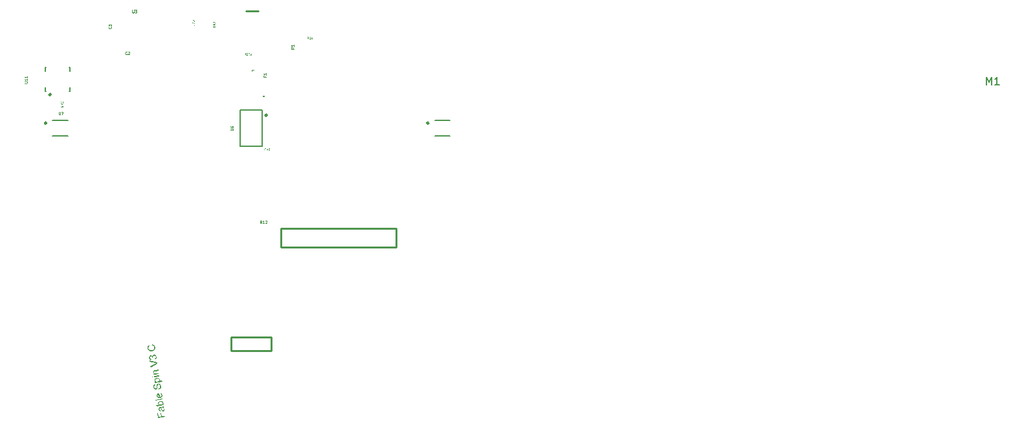
<source format=gbr>
%TF.GenerationSoftware,KiCad,Pcbnew,9.0.6*%
%TF.CreationDate,2025-12-03T15:23:28+01:00*%
%TF.ProjectId,Spinmodule,5370696e-6d6f-4647-956c-652e6b696361,rev?*%
%TF.SameCoordinates,Original*%
%TF.FileFunction,Legend,Top*%
%TF.FilePolarity,Positive*%
%FSLAX46Y46*%
G04 Gerber Fmt 4.6, Leading zero omitted, Abs format (unit mm)*
G04 Created by KiCad (PCBNEW 9.0.6) date 2025-12-03 15:23:28*
%MOMM*%
%LPD*%
G01*
G04 APERTURE LIST*
%ADD10C,0.240030*%
%ADD11C,0.150000*%
%ADD12C,0.043750*%
%ADD13C,0.087500*%
%ADD14C,0.078750*%
%ADD15C,0.254000*%
%ADD16C,0.250000*%
%ADD17C,0.200000*%
G04 APERTURE END LIST*
D10*
G36*
X138092969Y-130980383D02*
G01*
X137139287Y-131122912D01*
X137043413Y-130481403D01*
X137153810Y-130464904D01*
X137230880Y-130980593D01*
X137528674Y-130936087D01*
X137461976Y-130489803D01*
X137572373Y-130473304D01*
X137639071Y-130919589D01*
X138074165Y-130854563D01*
X138092969Y-130980383D01*
G37*
G36*
X137904185Y-129717195D02*
G01*
X137867631Y-129737620D01*
X137821922Y-129753378D01*
X137880229Y-129812047D01*
X137918448Y-129866575D01*
X137944613Y-129925700D01*
X137960423Y-129991955D01*
X137964968Y-130049598D01*
X137960910Y-130098239D01*
X137949414Y-130139510D01*
X137931017Y-130174773D01*
X137905275Y-130205921D01*
X137875049Y-130229673D01*
X137839732Y-130246664D01*
X137798301Y-130256907D01*
X137748671Y-130258357D01*
X137702380Y-130247710D01*
X137660416Y-130226580D01*
X137626226Y-130197443D01*
X137598266Y-130161432D01*
X137575343Y-130119156D01*
X137542322Y-130017985D01*
X137502488Y-129889208D01*
X137471255Y-129815744D01*
X137440827Y-129819580D01*
X137395300Y-129830877D01*
X137364925Y-129847175D01*
X137345698Y-129867644D01*
X137329767Y-129902913D01*
X137322639Y-129948151D01*
X137326199Y-130006480D01*
X137338243Y-130060364D01*
X137354378Y-130098168D01*
X137373601Y-130123758D01*
X137399247Y-130142697D01*
X137435544Y-130157233D01*
X137485715Y-130166338D01*
X137487238Y-130282827D01*
X137436919Y-130276736D01*
X137394893Y-130265432D01*
X137359854Y-130249523D01*
X137328732Y-130227277D01*
X137300244Y-130196849D01*
X137274281Y-130156859D01*
X137245567Y-130088846D01*
X137226268Y-130004165D01*
X137219528Y-129919574D01*
X137225662Y-129857723D01*
X137242926Y-129804265D01*
X137244288Y-129802156D01*
X137562170Y-129802156D01*
X137595296Y-129870702D01*
X137635085Y-129986220D01*
X137657306Y-130050867D01*
X137673784Y-130084527D01*
X137693985Y-130108808D01*
X137718709Y-130124938D01*
X137746859Y-130133109D01*
X137776731Y-130132804D01*
X137805793Y-130124405D01*
X137829746Y-130108963D01*
X137849555Y-130085821D01*
X137862286Y-130057947D01*
X137868005Y-130022656D01*
X137865339Y-129977653D01*
X137855301Y-129933960D01*
X137839410Y-129895695D01*
X137817773Y-129862059D01*
X137790460Y-129833132D01*
X137759770Y-129811657D01*
X137725181Y-129797000D01*
X137678392Y-129790341D01*
X137605135Y-129795735D01*
X137562170Y-129802156D01*
X137244288Y-129802156D01*
X137265789Y-129768858D01*
X137297247Y-129742021D01*
X137339849Y-129720623D01*
X137375098Y-129711228D01*
X137446762Y-129698658D01*
X137602558Y-129675374D01*
X137750577Y-129650717D01*
X137807632Y-129637138D01*
X137848062Y-129619792D01*
X137885961Y-129595260D01*
X137904185Y-129717195D01*
G37*
G36*
X137585774Y-128907379D02*
G01*
X137650767Y-128925549D01*
X137706643Y-128954662D01*
X137756769Y-128995295D01*
X137793998Y-129040931D01*
X137819794Y-129092209D01*
X137834644Y-129150351D01*
X137836756Y-129209646D01*
X137825193Y-129262741D01*
X137800116Y-129311496D01*
X137759983Y-129357182D01*
X137848405Y-129343967D01*
X137864592Y-129452277D01*
X136910910Y-129594806D01*
X136893458Y-129478031D01*
X137236187Y-129426809D01*
X137188229Y-129392660D01*
X137152698Y-129352730D01*
X137128052Y-129306359D01*
X137113877Y-129252143D01*
X137111498Y-129199228D01*
X137212680Y-129199228D01*
X137212838Y-129247964D01*
X137222335Y-129283903D01*
X137239348Y-129315845D01*
X137264407Y-129344559D01*
X137298769Y-129370391D01*
X137336365Y-129388329D01*
X137381058Y-129399442D01*
X137434427Y-129402979D01*
X137498329Y-129397590D01*
X137579996Y-129380590D01*
X137635449Y-129359993D01*
X137671347Y-129337234D01*
X137707215Y-129299879D01*
X137729395Y-129261068D01*
X137739781Y-129219824D01*
X137738691Y-129174650D01*
X137729195Y-129138707D01*
X137712191Y-129106762D01*
X137687150Y-129078047D01*
X137652817Y-129052215D01*
X137615283Y-129034468D01*
X137569802Y-129023458D01*
X137514555Y-129020087D01*
X137447401Y-129025890D01*
X137379372Y-129040216D01*
X137326860Y-129059376D01*
X137286981Y-129082441D01*
X137257392Y-129108999D01*
X137227075Y-129153530D01*
X137212680Y-129199228D01*
X137111498Y-129199228D01*
X137111044Y-129189131D01*
X137121516Y-129127943D01*
X137144787Y-129071270D01*
X137179569Y-129023772D01*
X137224839Y-128984159D01*
X137282837Y-128949655D01*
X137347611Y-128924164D01*
X137419818Y-128907961D01*
X137509613Y-128900932D01*
X137585774Y-128907379D01*
G37*
G36*
X137754515Y-128715736D02*
G01*
X136800833Y-128858265D01*
X136783390Y-128741547D01*
X137737072Y-128599019D01*
X137754515Y-128715736D01*
G37*
G36*
X137484318Y-127872166D02*
G01*
X137543653Y-127899278D01*
X137593789Y-127938158D01*
X137624516Y-127974208D01*
X137649494Y-128016913D01*
X137668683Y-128067286D01*
X137681647Y-128126627D01*
X137686467Y-128202081D01*
X137678014Y-128268296D01*
X137657345Y-128327177D01*
X137624410Y-128380231D01*
X137581163Y-128424827D01*
X137526865Y-128461081D01*
X137459560Y-128489008D01*
X137376608Y-128507781D01*
X137288703Y-128514444D01*
X137213719Y-128507531D01*
X137149284Y-128488694D01*
X137093440Y-128458577D01*
X137044488Y-128417025D01*
X137006773Y-128367704D01*
X136979470Y-128309520D01*
X136962718Y-128240711D01*
X136959313Y-128181184D01*
X137057796Y-128181184D01*
X137059936Y-128224877D01*
X137073695Y-128275434D01*
X137097945Y-128317328D01*
X137133197Y-128352162D01*
X137176144Y-128376966D01*
X137225745Y-128390302D01*
X137284026Y-128391624D01*
X137226540Y-128006973D01*
X137171927Y-128024622D01*
X137132415Y-128045933D01*
X137104763Y-128070283D01*
X137080022Y-128104848D01*
X137064573Y-128141539D01*
X137057796Y-128181184D01*
X136959313Y-128181184D01*
X136958806Y-128172318D01*
X136967758Y-128110549D01*
X136988995Y-128053832D01*
X137023029Y-128000933D01*
X137066711Y-127956776D01*
X137121700Y-127920698D01*
X137190025Y-127892748D01*
X137274390Y-127873800D01*
X137305631Y-127869842D01*
X137382406Y-128383560D01*
X137437845Y-128368000D01*
X137482433Y-128347553D01*
X137517939Y-128322714D01*
X137545715Y-128293534D01*
X137572792Y-128246892D01*
X137585534Y-128196539D01*
X137584143Y-128140547D01*
X137574003Y-128099403D01*
X137557383Y-128064894D01*
X137534359Y-128035895D01*
X137505251Y-128012842D01*
X137466821Y-127993973D01*
X137416910Y-127979826D01*
X137413779Y-127856939D01*
X137484318Y-127872166D01*
G37*
G36*
X137239974Y-127384516D02*
G01*
X137211791Y-127267330D01*
X137258171Y-127251596D01*
X137295548Y-127232476D01*
X137325317Y-127210292D01*
X137349920Y-127182801D01*
X137370377Y-127147652D01*
X137386453Y-127103348D01*
X137395577Y-127056898D01*
X137398035Y-127007020D01*
X137393393Y-126953053D01*
X137377392Y-126884531D01*
X137352945Y-126829163D01*
X137330818Y-126796676D01*
X137307154Y-126772703D01*
X137281832Y-126755914D01*
X137239431Y-126741506D01*
X137196106Y-126741162D01*
X137154784Y-126754074D01*
X137121655Y-126778845D01*
X137097144Y-126815293D01*
X137078145Y-126872840D01*
X137069713Y-126925152D01*
X137056947Y-127049096D01*
X137041271Y-127174754D01*
X137024834Y-127241566D01*
X137004458Y-127288529D01*
X136979882Y-127326347D01*
X136951238Y-127356358D01*
X136917449Y-127380301D01*
X136879798Y-127397303D01*
X136837541Y-127407494D01*
X136789890Y-127410005D01*
X136743142Y-127403219D01*
X136696459Y-127386848D01*
X136653979Y-127361706D01*
X136616394Y-127327089D01*
X136583295Y-127281709D01*
X136557539Y-127231134D01*
X136537924Y-127174840D01*
X136524684Y-127112046D01*
X136518290Y-127041615D01*
X136520621Y-126978092D01*
X136530909Y-126920482D01*
X136550208Y-126865851D01*
X136577386Y-126819881D01*
X136612540Y-126781311D01*
X136654595Y-126750095D01*
X136701886Y-126727102D01*
X136755323Y-126712195D01*
X136782459Y-126831495D01*
X136726729Y-126852507D01*
X136685414Y-126881276D01*
X136655756Y-126917769D01*
X136637477Y-126961420D01*
X136629532Y-127017677D01*
X136634310Y-127090387D01*
X136651197Y-127164912D01*
X136673920Y-127216384D01*
X136701043Y-127250538D01*
X136736236Y-127275610D01*
X136771978Y-127287526D01*
X136809788Y-127287635D01*
X136841679Y-127278563D01*
X136867580Y-127262208D01*
X136888622Y-127238034D01*
X136902312Y-127207520D01*
X136916117Y-127146335D01*
X136928108Y-127038180D01*
X136942971Y-126891925D01*
X136957301Y-126818642D01*
X136978655Y-126761644D01*
X137005011Y-126716602D01*
X137036044Y-126681563D01*
X137073502Y-126653649D01*
X137116293Y-126633729D01*
X137165454Y-126621736D01*
X137215556Y-126619132D01*
X137265147Y-126626366D01*
X137315110Y-126643828D01*
X137360822Y-126670302D01*
X137401727Y-126706318D01*
X137438250Y-126753047D01*
X137466915Y-126805395D01*
X137488561Y-126864307D01*
X137502923Y-126930755D01*
X137511041Y-127017023D01*
X137508707Y-127090344D01*
X137497450Y-127152735D01*
X137475756Y-127211693D01*
X137444751Y-127262605D01*
X137404082Y-127306582D01*
X137355689Y-127342153D01*
X137301342Y-127368076D01*
X137239974Y-127384516D01*
G37*
G36*
X137107806Y-125876169D02*
G01*
X137168472Y-125888329D01*
X137225728Y-125910106D01*
X137274040Y-125940334D01*
X137314658Y-125979226D01*
X137347389Y-126025158D01*
X137369750Y-126073370D01*
X137382439Y-126124578D01*
X137384403Y-126181537D01*
X137373099Y-126233028D01*
X137350822Y-126279958D01*
X137321294Y-126318719D01*
X137658109Y-126268382D01*
X137675562Y-126385157D01*
X136721879Y-126527686D01*
X136705978Y-126421289D01*
X136795676Y-126407884D01*
X136742978Y-126373863D01*
X136704590Y-126334656D01*
X136685605Y-126304205D01*
X136671045Y-126267598D01*
X136661274Y-126223703D01*
X136661125Y-126221132D01*
X136753836Y-126221132D01*
X136763257Y-126255869D01*
X136780637Y-126287309D01*
X136806761Y-126316173D01*
X136843203Y-126342749D01*
X136882586Y-126361024D01*
X136929671Y-126372308D01*
X136986167Y-126375759D01*
X137054079Y-126369917D01*
X137121282Y-126355707D01*
X137173254Y-126336592D01*
X137212814Y-126313487D01*
X137242248Y-126286787D01*
X137272221Y-126242109D01*
X137286446Y-126196102D01*
X137286191Y-126146906D01*
X137276575Y-126110242D01*
X137259523Y-126077905D01*
X137234582Y-126049091D01*
X137200576Y-126023424D01*
X137163380Y-126006008D01*
X137117167Y-125995182D01*
X137059771Y-125992044D01*
X136988652Y-125998368D01*
X136922281Y-126012436D01*
X136870343Y-126031556D01*
X136830250Y-126054867D01*
X136799906Y-126082000D01*
X136768664Y-126127166D01*
X136753853Y-126172916D01*
X136753836Y-126221132D01*
X136661125Y-126221132D01*
X136657911Y-126165530D01*
X136665389Y-126111783D01*
X136683415Y-126061295D01*
X136711227Y-126015396D01*
X136748462Y-125975212D01*
X136796272Y-125940279D01*
X136849501Y-125913021D01*
X136907984Y-125892474D01*
X136972442Y-125878800D01*
X137042751Y-125872808D01*
X137107806Y-125876169D01*
G37*
G36*
X136481534Y-125807946D02*
G01*
X136347944Y-125827911D01*
X136330500Y-125711194D01*
X136464090Y-125691229D01*
X136481534Y-125807946D01*
G37*
G36*
X137301626Y-125685382D02*
G01*
X136611412Y-125788536D01*
X136593969Y-125671818D01*
X137284183Y-125568665D01*
X137301626Y-125685382D01*
G37*
G36*
X137257640Y-125391067D02*
G01*
X136567427Y-125494221D01*
X136551716Y-125389100D01*
X136649358Y-125374507D01*
X136603589Y-125347257D01*
X136566938Y-125314047D01*
X136538324Y-125274485D01*
X136517303Y-125227635D01*
X136504109Y-125172090D01*
X136500820Y-125110838D01*
X136509443Y-125054280D01*
X136529221Y-125003421D01*
X136556497Y-124967343D01*
X136592293Y-124939731D01*
X136637398Y-124918086D01*
X136675269Y-124907831D01*
X136750014Y-124894616D01*
X137173976Y-124831255D01*
X137191428Y-124948030D01*
X136771293Y-125010819D01*
X136704967Y-125024820D01*
X136666353Y-125040433D01*
X136637492Y-125063816D01*
X136616981Y-125097189D01*
X136606825Y-125136551D01*
X136607984Y-125181758D01*
X136620543Y-125228913D01*
X136642633Y-125269049D01*
X136674717Y-125303438D01*
X136703199Y-125321038D01*
X136741854Y-125332523D01*
X136793824Y-125336536D01*
X136862960Y-125330670D01*
X137240188Y-125274292D01*
X137257640Y-125391067D01*
G37*
G36*
X137049246Y-123996667D02*
G01*
X136150624Y-124507611D01*
X136130269Y-124371412D01*
X136786383Y-124020658D01*
X136935124Y-123947392D01*
X136771261Y-123919480D01*
X136039819Y-123766199D01*
X136020625Y-123637770D01*
X137029948Y-123867541D01*
X137049246Y-123996667D01*
G37*
G36*
X136712797Y-123466808D02*
G01*
X136679806Y-123352355D01*
X136740609Y-123324719D01*
X136782976Y-123294776D01*
X136810940Y-123262811D01*
X136829713Y-123224902D01*
X136838297Y-123183939D01*
X136836595Y-123138585D01*
X136822289Y-123086976D01*
X136796647Y-123043979D01*
X136758926Y-123007988D01*
X136713332Y-122982612D01*
X136664102Y-122970750D01*
X136609432Y-122972298D01*
X136559074Y-122986029D01*
X136518199Y-123009995D01*
X136485026Y-123044596D01*
X136461978Y-123086660D01*
X136451205Y-123133175D01*
X136452924Y-123185967D01*
X136461015Y-123220354D01*
X136478225Y-123266418D01*
X136373839Y-123268800D01*
X136372357Y-123249756D01*
X136360692Y-123201866D01*
X136341113Y-123159353D01*
X136313448Y-123121335D01*
X136287732Y-123098686D01*
X136258450Y-123084295D01*
X136224587Y-123077701D01*
X136184675Y-123079525D01*
X136144475Y-123090633D01*
X136111677Y-123110275D01*
X136084894Y-123138895D01*
X136066480Y-123173541D01*
X136057909Y-123212506D01*
X136059567Y-123257381D01*
X136071019Y-123300384D01*
X136090748Y-123335636D01*
X136118976Y-123364566D01*
X136153853Y-123385384D01*
X136198348Y-123398869D01*
X136255030Y-123403924D01*
X136251716Y-123523743D01*
X136191949Y-123517501D01*
X136140074Y-123503471D01*
X136094846Y-123482174D01*
X136055287Y-123453633D01*
X136021524Y-123418215D01*
X135994904Y-123377155D01*
X135975168Y-123329642D01*
X135962547Y-123274548D01*
X135958719Y-123222885D01*
X135962803Y-123173634D01*
X135974631Y-123126150D01*
X135994014Y-123081456D01*
X136019411Y-123043812D01*
X136050978Y-123012310D01*
X136087799Y-122986942D01*
X136126832Y-122969384D01*
X136168651Y-122959217D01*
X136209390Y-122956936D01*
X136248293Y-122962360D01*
X136286083Y-122975514D01*
X136320546Y-122995765D01*
X136352202Y-123024011D01*
X136381314Y-123061400D01*
X136391507Y-123005516D01*
X136411909Y-122958396D01*
X136442449Y-122918357D01*
X136481647Y-122886515D01*
X136529762Y-122863208D01*
X136588710Y-122848721D01*
X136649922Y-122845476D01*
X136706947Y-122854208D01*
X136761058Y-122874766D01*
X136813276Y-122907987D01*
X136857940Y-122950248D01*
X136892728Y-122999679D01*
X136918185Y-123057308D01*
X136934099Y-123124665D01*
X136938395Y-123187153D01*
X136932336Y-123243718D01*
X136916547Y-123295562D01*
X136890957Y-123343679D01*
X136856773Y-123386387D01*
X136816233Y-123420831D01*
X136768625Y-123447624D01*
X136712797Y-123466808D01*
G37*
G36*
X136356532Y-121646197D02*
G01*
X136369502Y-121515628D01*
X136448972Y-121529271D01*
X136517287Y-121551992D01*
X136576086Y-121583179D01*
X136626654Y-121622780D01*
X136669619Y-121670848D01*
X136703655Y-121726014D01*
X136729014Y-121789280D01*
X136745392Y-121861999D01*
X136752575Y-121940199D01*
X136750084Y-122008560D01*
X136739058Y-122068539D01*
X136720204Y-122121424D01*
X136692670Y-122171128D01*
X136657387Y-122216420D01*
X136613742Y-122257692D01*
X136560802Y-122295098D01*
X136484464Y-122334888D01*
X136402273Y-122364355D01*
X136313369Y-122383470D01*
X136214668Y-122391355D01*
X136126038Y-122384956D01*
X136045766Y-122365432D01*
X135988395Y-122341469D01*
X135937688Y-122310870D01*
X135892917Y-122273524D01*
X135853593Y-122229007D01*
X135811143Y-122162026D01*
X135780559Y-122088412D01*
X135761729Y-122006993D01*
X135755979Y-121935306D01*
X135760532Y-121870353D01*
X135774632Y-121810988D01*
X135798050Y-121756218D01*
X135830478Y-121706072D01*
X135871145Y-121661947D01*
X135920818Y-121623396D01*
X135980668Y-121590337D01*
X136028400Y-121709818D01*
X135966483Y-121746776D01*
X135922194Y-121786247D01*
X135892288Y-121828323D01*
X135873304Y-121876275D01*
X135865162Y-121930775D01*
X135868805Y-121993658D01*
X135885766Y-122064149D01*
X135912609Y-122121881D01*
X135948902Y-122169061D01*
X135994511Y-122207338D01*
X136046393Y-122234640D01*
X136105778Y-122251365D01*
X136168035Y-122258985D01*
X136230419Y-122259807D01*
X136293280Y-122253811D01*
X136373211Y-122237534D01*
X136441758Y-122214987D01*
X136500390Y-122186759D01*
X136552615Y-122149640D01*
X136591795Y-122106454D01*
X136619521Y-122056566D01*
X136636850Y-122001562D01*
X136643722Y-121945777D01*
X136640257Y-121888322D01*
X136628438Y-121836748D01*
X136609835Y-121791842D01*
X136584616Y-121752624D01*
X136552502Y-121718391D01*
X136515014Y-121690866D01*
X136470688Y-121669452D01*
X136418349Y-121654346D01*
X136356532Y-121646197D01*
G37*
D11*
X245499736Y-87524189D02*
X245499736Y-86524189D01*
X245499736Y-86524189D02*
X245833069Y-87238474D01*
X245833069Y-87238474D02*
X246166402Y-86524189D01*
X246166402Y-86524189D02*
X246166402Y-87524189D01*
X247166402Y-87524189D02*
X246594974Y-87524189D01*
X246880688Y-87524189D02*
X246880688Y-86524189D01*
X246880688Y-86524189D02*
X246785450Y-86667046D01*
X246785450Y-86667046D02*
X246690212Y-86762284D01*
X246690212Y-86762284D02*
X246594974Y-86809903D01*
D12*
X119668901Y-87332702D02*
X119952235Y-87332702D01*
X119952235Y-87332702D02*
X119985568Y-87316036D01*
X119985568Y-87316036D02*
X120002235Y-87299369D01*
X120002235Y-87299369D02*
X120018901Y-87266036D01*
X120018901Y-87266036D02*
X120018901Y-87199369D01*
X120018901Y-87199369D02*
X120002235Y-87166036D01*
X120002235Y-87166036D02*
X119985568Y-87149369D01*
X119985568Y-87149369D02*
X119952235Y-87132702D01*
X119952235Y-87132702D02*
X119668901Y-87132702D01*
X120018901Y-86782702D02*
X120018901Y-86982702D01*
X120018901Y-86882702D02*
X119668901Y-86882702D01*
X119668901Y-86882702D02*
X119718901Y-86916035D01*
X119718901Y-86916035D02*
X119752235Y-86949369D01*
X119752235Y-86949369D02*
X119768901Y-86982702D01*
X120018901Y-86449369D02*
X120018901Y-86649369D01*
X120018901Y-86549369D02*
X119668901Y-86549369D01*
X119668901Y-86549369D02*
X119718901Y-86582702D01*
X119718901Y-86582702D02*
X119752235Y-86616036D01*
X119752235Y-86616036D02*
X119768901Y-86649369D01*
D13*
X124142593Y-91096736D02*
X124142593Y-91380070D01*
X124142593Y-91380070D02*
X124159260Y-91413403D01*
X124159260Y-91413403D02*
X124175926Y-91430070D01*
X124175926Y-91430070D02*
X124209260Y-91446736D01*
X124209260Y-91446736D02*
X124275926Y-91446736D01*
X124275926Y-91446736D02*
X124309260Y-91430070D01*
X124309260Y-91430070D02*
X124325926Y-91413403D01*
X124325926Y-91413403D02*
X124342593Y-91380070D01*
X124342593Y-91380070D02*
X124342593Y-91096736D01*
X124475927Y-91096736D02*
X124709260Y-91096736D01*
X124709260Y-91096736D02*
X124559260Y-91446736D01*
D12*
X146602591Y-93470266D02*
X146885925Y-93470266D01*
X146885925Y-93470266D02*
X146919258Y-93453600D01*
X146919258Y-93453600D02*
X146935925Y-93436933D01*
X146935925Y-93436933D02*
X146952591Y-93403600D01*
X146952591Y-93403600D02*
X146952591Y-93336933D01*
X146952591Y-93336933D02*
X146935925Y-93303600D01*
X146935925Y-93303600D02*
X146919258Y-93286933D01*
X146919258Y-93286933D02*
X146885925Y-93270266D01*
X146885925Y-93270266D02*
X146602591Y-93270266D01*
X146602591Y-92953599D02*
X146602591Y-93020266D01*
X146602591Y-93020266D02*
X146619258Y-93053599D01*
X146619258Y-93053599D02*
X146635925Y-93070266D01*
X146635925Y-93070266D02*
X146685925Y-93103599D01*
X146685925Y-93103599D02*
X146752591Y-93120266D01*
X146752591Y-93120266D02*
X146885925Y-93120266D01*
X146885925Y-93120266D02*
X146919258Y-93103599D01*
X146919258Y-93103599D02*
X146935925Y-93086933D01*
X146935925Y-93086933D02*
X146952591Y-93053599D01*
X146952591Y-93053599D02*
X146952591Y-92986933D01*
X146952591Y-92986933D02*
X146935925Y-92953599D01*
X146935925Y-92953599D02*
X146919258Y-92936933D01*
X146919258Y-92936933D02*
X146885925Y-92920266D01*
X146885925Y-92920266D02*
X146802591Y-92920266D01*
X146802591Y-92920266D02*
X146769258Y-92936933D01*
X146769258Y-92936933D02*
X146752591Y-92953599D01*
X146752591Y-92953599D02*
X146735925Y-92986933D01*
X146735925Y-92986933D02*
X146735925Y-93053599D01*
X146735925Y-93053599D02*
X146752591Y-93086933D01*
X146752591Y-93086933D02*
X146769258Y-93103599D01*
X146769258Y-93103599D02*
X146802591Y-93120266D01*
X133758763Y-77758191D02*
X133758763Y-78041525D01*
X133758763Y-78041525D02*
X133775430Y-78074858D01*
X133775430Y-78074858D02*
X133792096Y-78091525D01*
X133792096Y-78091525D02*
X133825430Y-78108191D01*
X133825430Y-78108191D02*
X133892096Y-78108191D01*
X133892096Y-78108191D02*
X133925430Y-78091525D01*
X133925430Y-78091525D02*
X133942096Y-78074858D01*
X133942096Y-78074858D02*
X133958763Y-78041525D01*
X133958763Y-78041525D02*
X133958763Y-77758191D01*
X134092097Y-77758191D02*
X134308763Y-77758191D01*
X134308763Y-77758191D02*
X134192097Y-77891525D01*
X134192097Y-77891525D02*
X134242097Y-77891525D01*
X134242097Y-77891525D02*
X134275430Y-77908191D01*
X134275430Y-77908191D02*
X134292097Y-77924858D01*
X134292097Y-77924858D02*
X134308763Y-77958191D01*
X134308763Y-77958191D02*
X134308763Y-78041525D01*
X134308763Y-78041525D02*
X134292097Y-78074858D01*
X134292097Y-78074858D02*
X134275430Y-78091525D01*
X134275430Y-78091525D02*
X134242097Y-78108191D01*
X134242097Y-78108191D02*
X134142097Y-78108191D01*
X134142097Y-78108191D02*
X134108763Y-78091525D01*
X134108763Y-78091525D02*
X134092097Y-78074858D01*
D13*
X150684260Y-105646736D02*
X150567593Y-105480070D01*
X150484260Y-105646736D02*
X150484260Y-105296736D01*
X150484260Y-105296736D02*
X150617593Y-105296736D01*
X150617593Y-105296736D02*
X150650927Y-105313403D01*
X150650927Y-105313403D02*
X150667593Y-105330070D01*
X150667593Y-105330070D02*
X150684260Y-105363403D01*
X150684260Y-105363403D02*
X150684260Y-105413403D01*
X150684260Y-105413403D02*
X150667593Y-105446736D01*
X150667593Y-105446736D02*
X150650927Y-105463403D01*
X150650927Y-105463403D02*
X150617593Y-105480070D01*
X150617593Y-105480070D02*
X150484260Y-105480070D01*
X151017593Y-105646736D02*
X150817593Y-105646736D01*
X150917593Y-105646736D02*
X150917593Y-105296736D01*
X150917593Y-105296736D02*
X150884260Y-105346736D01*
X150884260Y-105346736D02*
X150850927Y-105380070D01*
X150850927Y-105380070D02*
X150817593Y-105396736D01*
X151150926Y-105330070D02*
X151167593Y-105313403D01*
X151167593Y-105313403D02*
X151200926Y-105296736D01*
X151200926Y-105296736D02*
X151284260Y-105296736D01*
X151284260Y-105296736D02*
X151317593Y-105313403D01*
X151317593Y-105313403D02*
X151334260Y-105330070D01*
X151334260Y-105330070D02*
X151350926Y-105363403D01*
X151350926Y-105363403D02*
X151350926Y-105396736D01*
X151350926Y-105396736D02*
X151334260Y-105446736D01*
X151334260Y-105446736D02*
X151134260Y-105646736D01*
X151134260Y-105646736D02*
X151350926Y-105646736D01*
D12*
X154868901Y-82647702D02*
X154702235Y-82764369D01*
X154868901Y-82847702D02*
X154518901Y-82847702D01*
X154518901Y-82847702D02*
X154518901Y-82714369D01*
X154518901Y-82714369D02*
X154535568Y-82681036D01*
X154535568Y-82681036D02*
X154552235Y-82664369D01*
X154552235Y-82664369D02*
X154585568Y-82647702D01*
X154585568Y-82647702D02*
X154635568Y-82647702D01*
X154635568Y-82647702D02*
X154668901Y-82664369D01*
X154668901Y-82664369D02*
X154685568Y-82681036D01*
X154685568Y-82681036D02*
X154702235Y-82714369D01*
X154702235Y-82714369D02*
X154702235Y-82847702D01*
X154868901Y-82314369D02*
X154868901Y-82514369D01*
X154868901Y-82414369D02*
X154518901Y-82414369D01*
X154518901Y-82414369D02*
X154568901Y-82447702D01*
X154568901Y-82447702D02*
X154602235Y-82481036D01*
X154602235Y-82481036D02*
X154618901Y-82514369D01*
X151085568Y-86406036D02*
X151085568Y-86522702D01*
X151268901Y-86522702D02*
X150918901Y-86522702D01*
X150918901Y-86522702D02*
X150918901Y-86356036D01*
X151268901Y-86039369D02*
X151268901Y-86239369D01*
X151268901Y-86139369D02*
X150918901Y-86139369D01*
X150918901Y-86139369D02*
X150968901Y-86172702D01*
X150968901Y-86172702D02*
X151002235Y-86206036D01*
X151002235Y-86206036D02*
X151018901Y-86239369D01*
X130969258Y-79961932D02*
X130985925Y-79978599D01*
X130985925Y-79978599D02*
X131002591Y-80028599D01*
X131002591Y-80028599D02*
X131002591Y-80061932D01*
X131002591Y-80061932D02*
X130985925Y-80111932D01*
X130985925Y-80111932D02*
X130952591Y-80145266D01*
X130952591Y-80145266D02*
X130919258Y-80161932D01*
X130919258Y-80161932D02*
X130852591Y-80178599D01*
X130852591Y-80178599D02*
X130802591Y-80178599D01*
X130802591Y-80178599D02*
X130735925Y-80161932D01*
X130735925Y-80161932D02*
X130702591Y-80145266D01*
X130702591Y-80145266D02*
X130669258Y-80111932D01*
X130669258Y-80111932D02*
X130652591Y-80061932D01*
X130652591Y-80061932D02*
X130652591Y-80028599D01*
X130652591Y-80028599D02*
X130669258Y-79978599D01*
X130669258Y-79978599D02*
X130685925Y-79961932D01*
X130652591Y-79845266D02*
X130652591Y-79628599D01*
X130652591Y-79628599D02*
X130785925Y-79745266D01*
X130785925Y-79745266D02*
X130785925Y-79695266D01*
X130785925Y-79695266D02*
X130802591Y-79661932D01*
X130802591Y-79661932D02*
X130819258Y-79645266D01*
X130819258Y-79645266D02*
X130852591Y-79628599D01*
X130852591Y-79628599D02*
X130935925Y-79628599D01*
X130935925Y-79628599D02*
X130969258Y-79645266D01*
X130969258Y-79645266D02*
X130985925Y-79661932D01*
X130985925Y-79661932D02*
X131002591Y-79695266D01*
X131002591Y-79695266D02*
X131002591Y-79795266D01*
X131002591Y-79795266D02*
X130985925Y-79828599D01*
X130985925Y-79828599D02*
X130969258Y-79845266D01*
X133050927Y-83515678D02*
X133034260Y-83532345D01*
X133034260Y-83532345D02*
X132984260Y-83549011D01*
X132984260Y-83549011D02*
X132950927Y-83549011D01*
X132950927Y-83549011D02*
X132900927Y-83532345D01*
X132900927Y-83532345D02*
X132867594Y-83499011D01*
X132867594Y-83499011D02*
X132850927Y-83465678D01*
X132850927Y-83465678D02*
X132834260Y-83399011D01*
X132834260Y-83399011D02*
X132834260Y-83349011D01*
X132834260Y-83349011D02*
X132850927Y-83282345D01*
X132850927Y-83282345D02*
X132867594Y-83249011D01*
X132867594Y-83249011D02*
X132900927Y-83215678D01*
X132900927Y-83215678D02*
X132950927Y-83199011D01*
X132950927Y-83199011D02*
X132984260Y-83199011D01*
X132984260Y-83199011D02*
X133034260Y-83215678D01*
X133034260Y-83215678D02*
X133050927Y-83232345D01*
X133184260Y-83232345D02*
X133200927Y-83215678D01*
X133200927Y-83215678D02*
X133234260Y-83199011D01*
X133234260Y-83199011D02*
X133317594Y-83199011D01*
X133317594Y-83199011D02*
X133350927Y-83215678D01*
X133350927Y-83215678D02*
X133367594Y-83232345D01*
X133367594Y-83232345D02*
X133384260Y-83265678D01*
X133384260Y-83265678D02*
X133384260Y-83299011D01*
X133384260Y-83299011D02*
X133367594Y-83349011D01*
X133367594Y-83349011D02*
X133167594Y-83549011D01*
X133167594Y-83549011D02*
X133384260Y-83549011D01*
D14*
G36*
X151272933Y-96059901D02*
G01*
X151314671Y-96070441D01*
X151306390Y-96095566D01*
X151295705Y-96116631D01*
X151282734Y-96134198D01*
X151267432Y-96148686D01*
X151249752Y-96160296D01*
X151230201Y-96168665D01*
X151208442Y-96173825D01*
X151184052Y-96175613D01*
X151158330Y-96174152D01*
X151136269Y-96170028D01*
X151117341Y-96163542D01*
X151101095Y-96154860D01*
X151086303Y-96143515D01*
X151073317Y-96129870D01*
X151062042Y-96113707D01*
X151052472Y-96094715D01*
X151043262Y-96068015D01*
X151037687Y-96039917D01*
X151035796Y-96010142D01*
X151038023Y-95977733D01*
X151044398Y-95949285D01*
X151054626Y-95924185D01*
X151065183Y-95906731D01*
X151077571Y-95891762D01*
X151091860Y-95879045D01*
X151108212Y-95868444D01*
X151132005Y-95857918D01*
X151157374Y-95851564D01*
X151184706Y-95849403D01*
X151208246Y-95851013D01*
X151229101Y-95855640D01*
X151247680Y-95863094D01*
X151264316Y-95873349D01*
X151279015Y-95886303D01*
X151291361Y-95901639D01*
X151301461Y-95919626D01*
X151309286Y-95940649D01*
X151268202Y-95950343D01*
X151259212Y-95928460D01*
X151248552Y-95912175D01*
X151236350Y-95900431D01*
X151221711Y-95891946D01*
X151204421Y-95886661D01*
X151183841Y-95884793D01*
X151160145Y-95886878D01*
X151140111Y-95892789D01*
X151123042Y-95902277D01*
X151108410Y-95915220D01*
X151097035Y-95930731D01*
X151088728Y-95949189D01*
X151083236Y-95969021D01*
X151079945Y-95989223D01*
X151078842Y-96009911D01*
X151080247Y-96036637D01*
X151084239Y-96059972D01*
X151090555Y-96080366D01*
X151100067Y-96099112D01*
X151112180Y-96113919D01*
X151127023Y-96125335D01*
X151144030Y-96133626D01*
X151161798Y-96138561D01*
X151180609Y-96140223D01*
X151197917Y-96138888D01*
X151213390Y-96135030D01*
X151227339Y-96128749D01*
X151240004Y-96119988D01*
X151250753Y-96109159D01*
X151259851Y-96095815D01*
X151267291Y-96079564D01*
X151272933Y-96059901D01*
G37*
G36*
X151513244Y-96059901D02*
G01*
X151555848Y-96059901D01*
X151555848Y-96095292D01*
X151513244Y-96095292D01*
X151513244Y-96170690D01*
X151474507Y-96170690D01*
X151474507Y-96095292D01*
X151337656Y-96095292D01*
X151337656Y-96059901D01*
X151375740Y-96059901D01*
X151474507Y-96059901D01*
X151474507Y-95917722D01*
X151375740Y-96059901D01*
X151337656Y-96059901D01*
X151481604Y-95855558D01*
X151513244Y-95855558D01*
X151513244Y-96059901D01*
G37*
G36*
X151714852Y-95854298D02*
G01*
X151729591Y-95857753D01*
X151742707Y-95863328D01*
X151754659Y-95871095D01*
X151765171Y-95880873D01*
X151774348Y-95892853D01*
X151785208Y-95913573D01*
X151793928Y-95939822D01*
X151799013Y-95969915D01*
X151801025Y-96014470D01*
X151799553Y-96051631D01*
X151795566Y-96081113D01*
X151789619Y-96104197D01*
X151780382Y-96125952D01*
X151768997Y-96143323D01*
X151755517Y-96156976D01*
X151739479Y-96167133D01*
X151720610Y-96173406D01*
X151698180Y-96175613D01*
X151675984Y-96173442D01*
X151657042Y-96167236D01*
X151640696Y-96157138D01*
X151626514Y-96142858D01*
X151616414Y-96127291D01*
X151607926Y-96107571D01*
X151601293Y-96082862D01*
X151596913Y-96052193D01*
X151595316Y-96014470D01*
X151595321Y-96014355D01*
X151635131Y-96014355D01*
X151636727Y-96055781D01*
X151640833Y-96084984D01*
X151646571Y-96104793D01*
X151653307Y-96117623D01*
X151663412Y-96129311D01*
X151674111Y-96137162D01*
X151685586Y-96141753D01*
X151698180Y-96143300D01*
X151710758Y-96141748D01*
X151722224Y-96137141D01*
X151732922Y-96129256D01*
X151743034Y-96117507D01*
X151749786Y-96104623D01*
X151755530Y-96084795D01*
X151759635Y-96055636D01*
X151761230Y-96014355D01*
X151759629Y-95972798D01*
X151755515Y-95943556D01*
X151749770Y-95923768D01*
X151743034Y-95910990D01*
X151732939Y-95899381D01*
X151722176Y-95891556D01*
X151710559Y-95886962D01*
X151697738Y-95885409D01*
X151684977Y-95886841D01*
X151673847Y-95890997D01*
X151663971Y-95897918D01*
X151655134Y-95907971D01*
X151647557Y-95922360D01*
X151641251Y-95943448D01*
X151636827Y-95973309D01*
X151635131Y-96014355D01*
X151595321Y-96014355D01*
X151596805Y-95976994D01*
X151600829Y-95947381D01*
X151606818Y-95924300D01*
X151616128Y-95902547D01*
X151627552Y-95885217D01*
X151641036Y-95871637D01*
X151657076Y-95861526D01*
X151675887Y-95855288D01*
X151698180Y-95853096D01*
X151714852Y-95854298D01*
G37*
G36*
X141699323Y-79324383D02*
G01*
X141688783Y-79366121D01*
X141663658Y-79357840D01*
X141642593Y-79347155D01*
X141625026Y-79334184D01*
X141610538Y-79318882D01*
X141598928Y-79301202D01*
X141590559Y-79281651D01*
X141585399Y-79259892D01*
X141583611Y-79235502D01*
X141585072Y-79209780D01*
X141589196Y-79187719D01*
X141595682Y-79168791D01*
X141604364Y-79152545D01*
X141615709Y-79137753D01*
X141629354Y-79124767D01*
X141645517Y-79113492D01*
X141664509Y-79103922D01*
X141691209Y-79094712D01*
X141719307Y-79089137D01*
X141749082Y-79087246D01*
X141781491Y-79089473D01*
X141809939Y-79095848D01*
X141835039Y-79106076D01*
X141852493Y-79116633D01*
X141867462Y-79129021D01*
X141880179Y-79143310D01*
X141890780Y-79159662D01*
X141901306Y-79183455D01*
X141907660Y-79208824D01*
X141909821Y-79236156D01*
X141908211Y-79259696D01*
X141903584Y-79280551D01*
X141896130Y-79299130D01*
X141885875Y-79315766D01*
X141872921Y-79330465D01*
X141857585Y-79342811D01*
X141839598Y-79352911D01*
X141818575Y-79360736D01*
X141808881Y-79319652D01*
X141830764Y-79310662D01*
X141847049Y-79300002D01*
X141858793Y-79287800D01*
X141867278Y-79273161D01*
X141872563Y-79255871D01*
X141874431Y-79235291D01*
X141872346Y-79211595D01*
X141866435Y-79191561D01*
X141856947Y-79174492D01*
X141844004Y-79159860D01*
X141828493Y-79148485D01*
X141810035Y-79140178D01*
X141790203Y-79134686D01*
X141770001Y-79131395D01*
X141749313Y-79130292D01*
X141722587Y-79131697D01*
X141699252Y-79135689D01*
X141678858Y-79142005D01*
X141660112Y-79151517D01*
X141645305Y-79163630D01*
X141633889Y-79178473D01*
X141625598Y-79195480D01*
X141620663Y-79213248D01*
X141619001Y-79232059D01*
X141620336Y-79249367D01*
X141624194Y-79264840D01*
X141630475Y-79278789D01*
X141639236Y-79291454D01*
X141650065Y-79302203D01*
X141663409Y-79311301D01*
X141679660Y-79318741D01*
X141699323Y-79324383D01*
G37*
G36*
X141775421Y-79401777D02*
G01*
X141807041Y-79406475D01*
X141832722Y-79413627D01*
X141853415Y-79422833D01*
X141869930Y-79433864D01*
X141882985Y-79446503D01*
X141892983Y-79460524D01*
X141900166Y-79476113D01*
X141904592Y-79493566D01*
X141906128Y-79513262D01*
X141904724Y-79531710D01*
X141900708Y-79547777D01*
X141894250Y-79561862D01*
X141885336Y-79574273D01*
X141874219Y-79584761D01*
X141861156Y-79592996D01*
X141845848Y-79599038D01*
X141827884Y-79602778D01*
X141824883Y-79564271D01*
X141845344Y-79557528D01*
X141857504Y-79549634D01*
X141866589Y-79538307D01*
X141871971Y-79525555D01*
X141873815Y-79510896D01*
X141872641Y-79498900D01*
X141869218Y-79488161D01*
X141863544Y-79478410D01*
X141853682Y-79467396D01*
X141840920Y-79457777D01*
X141824768Y-79449559D01*
X141807399Y-79444112D01*
X141783734Y-79440256D01*
X141752198Y-79438595D01*
X141765413Y-79448840D01*
X141775843Y-79460210D01*
X141783780Y-79472794D01*
X141789545Y-79486582D01*
X141792966Y-79500664D01*
X141794109Y-79515205D01*
X141792298Y-79533974D01*
X141786998Y-79550982D01*
X141778180Y-79566621D01*
X141765527Y-79581159D01*
X141750485Y-79592888D01*
X141733438Y-79601326D01*
X141714003Y-79606550D01*
X141691668Y-79608375D01*
X141672125Y-79606927D01*
X141653757Y-79602655D01*
X141636331Y-79595565D01*
X141620383Y-79585788D01*
X141607448Y-79574098D01*
X141597190Y-79560386D01*
X141589712Y-79544978D01*
X141585169Y-79528162D01*
X141583611Y-79509608D01*
X141583675Y-79508954D01*
X141615924Y-79508954D01*
X141618094Y-79524449D01*
X141624544Y-79538341D01*
X141635716Y-79551134D01*
X141649884Y-79560633D01*
X141667514Y-79566619D01*
X141689552Y-79568772D01*
X141710704Y-79566648D01*
X141727576Y-79560740D01*
X141741100Y-79551346D01*
X141751581Y-79538709D01*
X141757806Y-79524275D01*
X141759949Y-79507454D01*
X141757830Y-79490742D01*
X141751622Y-79476071D01*
X141741100Y-79462907D01*
X141727554Y-79452913D01*
X141711341Y-79446779D01*
X141691706Y-79444616D01*
X141672131Y-79446737D01*
X141653373Y-79453117D01*
X141641924Y-79459693D01*
X141632726Y-79467597D01*
X141625502Y-79476891D01*
X141618275Y-79492697D01*
X141615924Y-79508954D01*
X141583675Y-79508954D01*
X141585919Y-79486128D01*
X141592597Y-79465501D01*
X141603591Y-79447132D01*
X141619271Y-79430632D01*
X141633475Y-79420695D01*
X141651490Y-79412381D01*
X141674087Y-79405902D01*
X141702177Y-79401628D01*
X141736791Y-79400069D01*
X141775421Y-79401777D01*
G37*
G36*
X141782230Y-79648255D02*
G01*
X141811843Y-79652279D01*
X141834924Y-79658268D01*
X141856677Y-79667578D01*
X141874007Y-79679002D01*
X141887587Y-79692486D01*
X141897698Y-79708526D01*
X141903936Y-79727337D01*
X141906128Y-79749630D01*
X141904926Y-79766302D01*
X141901471Y-79781041D01*
X141895896Y-79794157D01*
X141888129Y-79806109D01*
X141878351Y-79816621D01*
X141866371Y-79825798D01*
X141845651Y-79836658D01*
X141819402Y-79845378D01*
X141789309Y-79850463D01*
X141744754Y-79852475D01*
X141707593Y-79851003D01*
X141678111Y-79847016D01*
X141655027Y-79841069D01*
X141633272Y-79831832D01*
X141615901Y-79820447D01*
X141602248Y-79806967D01*
X141592091Y-79790929D01*
X141585818Y-79772060D01*
X141583611Y-79749630D01*
X141615924Y-79749630D01*
X141617476Y-79762208D01*
X141622083Y-79773674D01*
X141629968Y-79784372D01*
X141641717Y-79794484D01*
X141654601Y-79801236D01*
X141674429Y-79806980D01*
X141703588Y-79811085D01*
X141744869Y-79812680D01*
X141786426Y-79811079D01*
X141815668Y-79806965D01*
X141835456Y-79801220D01*
X141848234Y-79794484D01*
X141859843Y-79784389D01*
X141867668Y-79773626D01*
X141872262Y-79762009D01*
X141873815Y-79749188D01*
X141872383Y-79736427D01*
X141868227Y-79725297D01*
X141861306Y-79715421D01*
X141851253Y-79706584D01*
X141836864Y-79699007D01*
X141815776Y-79692701D01*
X141785915Y-79688277D01*
X141744869Y-79686581D01*
X141703443Y-79688177D01*
X141674240Y-79692283D01*
X141654431Y-79698021D01*
X141641601Y-79704757D01*
X141629913Y-79714862D01*
X141622062Y-79725561D01*
X141617471Y-79737036D01*
X141615924Y-79749630D01*
X141583611Y-79749630D01*
X141585782Y-79727434D01*
X141591988Y-79708492D01*
X141602086Y-79692146D01*
X141616366Y-79677964D01*
X141631933Y-79667864D01*
X141651653Y-79659376D01*
X141676362Y-79652743D01*
X141707031Y-79648363D01*
X141744754Y-79646766D01*
X141782230Y-79648255D01*
G37*
G36*
X148554779Y-83413732D02*
G01*
X148596517Y-83413732D01*
X148596517Y-83596244D01*
X148595116Y-83628074D01*
X148591347Y-83652867D01*
X148585765Y-83671892D01*
X148576812Y-83689192D01*
X148564030Y-83704303D01*
X148546932Y-83717458D01*
X148527436Y-83726801D01*
X148503232Y-83732833D01*
X148473226Y-83735018D01*
X148443954Y-83733115D01*
X148420095Y-83727854D01*
X148400695Y-83719727D01*
X148383582Y-83707898D01*
X148370295Y-83693246D01*
X148360457Y-83675431D01*
X148354212Y-83655693D01*
X148349990Y-83629771D01*
X148348416Y-83596244D01*
X148348416Y-83413732D01*
X148390173Y-83413732D01*
X148390173Y-83596725D01*
X148391237Y-83624535D01*
X148393976Y-83644211D01*
X148397809Y-83657620D01*
X148404127Y-83669689D01*
X148412790Y-83679669D01*
X148424045Y-83687799D01*
X148436866Y-83693515D01*
X148451894Y-83697120D01*
X148469572Y-83698397D01*
X148493011Y-83696793D01*
X148511065Y-83692461D01*
X148524838Y-83685926D01*
X148535199Y-83677412D01*
X148542725Y-83666578D01*
X148548863Y-83650659D01*
X148553140Y-83628029D01*
X148554779Y-83596725D01*
X148554779Y-83413732D01*
G37*
G36*
X148651777Y-83627692D02*
G01*
X148691168Y-83624230D01*
X148694024Y-83640042D01*
X148698416Y-83653098D01*
X148704171Y-83663833D01*
X148711898Y-83673149D01*
X148722311Y-83681492D01*
X148735907Y-83688857D01*
X148750537Y-83694070D01*
X148766602Y-83697286D01*
X148784338Y-83698397D01*
X148807348Y-83696528D01*
X148826500Y-83691280D01*
X148838114Y-83685676D01*
X148847040Y-83679160D01*
X148853716Y-83671757D01*
X148860447Y-83658698D01*
X148862660Y-83644657D01*
X148860474Y-83630622D01*
X148854043Y-83618671D01*
X148843405Y-83608950D01*
X148825653Y-83599995D01*
X148809088Y-83594722D01*
X148769490Y-83584569D01*
X148729476Y-83573389D01*
X148708594Y-83564816D01*
X148694344Y-83555927D01*
X148683264Y-83546118D01*
X148674915Y-83535368D01*
X148668785Y-83523243D01*
X148665094Y-83510202D01*
X148663837Y-83495996D01*
X148665333Y-83480413D01*
X148669801Y-83465573D01*
X148677377Y-83451219D01*
X148687596Y-83438654D01*
X148700651Y-83428138D01*
X148716980Y-83419598D01*
X148734640Y-83413693D01*
X148753858Y-83410059D01*
X148774875Y-83408808D01*
X148798039Y-83410148D01*
X148818537Y-83413985D01*
X148836732Y-83420117D01*
X148853523Y-83429029D01*
X148867121Y-83440077D01*
X148877932Y-83453354D01*
X148886021Y-83468514D01*
X148891189Y-83484974D01*
X148893434Y-83503036D01*
X148853408Y-83506055D01*
X148849292Y-83486953D01*
X148841961Y-83472152D01*
X148831558Y-83460759D01*
X148818281Y-83452711D01*
X148800411Y-83447405D01*
X148776587Y-83445429D01*
X148751586Y-83447295D01*
X148733782Y-83452172D01*
X148721385Y-83459316D01*
X148711543Y-83469520D01*
X148705943Y-83480540D01*
X148704074Y-83492803D01*
X148705471Y-83503591D01*
X148709522Y-83512789D01*
X148716346Y-83520789D01*
X148725583Y-83526711D01*
X148744767Y-83534157D01*
X148779280Y-83543293D01*
X148826016Y-83555208D01*
X148849100Y-83563412D01*
X148866559Y-83573105D01*
X148879896Y-83583841D01*
X148889761Y-83595610D01*
X148897002Y-83609118D01*
X148901390Y-83623969D01*
X148902897Y-83640502D01*
X148901313Y-83656885D01*
X148896561Y-83672626D01*
X148888472Y-83687991D01*
X148877665Y-83701540D01*
X148863995Y-83713066D01*
X148847061Y-83722651D01*
X148828685Y-83729414D01*
X148808520Y-83733580D01*
X148786262Y-83735018D01*
X148757876Y-83733469D01*
X148734198Y-83729156D01*
X148714499Y-83722478D01*
X148696420Y-83712579D01*
X148681404Y-83700050D01*
X148669107Y-83684721D01*
X148659911Y-83667294D01*
X148654135Y-83648402D01*
X148651777Y-83627692D01*
G37*
G36*
X149100581Y-83414964D02*
G01*
X149119610Y-83418308D01*
X149134496Y-83423329D01*
X149148085Y-83430918D01*
X149159410Y-83440695D01*
X149168713Y-83452835D01*
X149175667Y-83466518D01*
X149179732Y-83480332D01*
X149181081Y-83494496D01*
X149179868Y-83507694D01*
X149176241Y-83520342D01*
X149170098Y-83532637D01*
X149161787Y-83543527D01*
X149150879Y-83553130D01*
X149136977Y-83561488D01*
X149155074Y-83568679D01*
X149169555Y-83578261D01*
X149180984Y-83590243D01*
X149189464Y-83604451D01*
X149194601Y-83620301D01*
X149196372Y-83638232D01*
X149194005Y-83659817D01*
X149187005Y-83679624D01*
X149176228Y-83696951D01*
X149163866Y-83709129D01*
X149148821Y-83718014D01*
X149129322Y-83724805D01*
X149107371Y-83728650D01*
X149078447Y-83730095D01*
X148958157Y-83730095D01*
X148958157Y-83693473D01*
X148999914Y-83693473D01*
X149078447Y-83693473D01*
X149106856Y-83691934D01*
X149120458Y-83688304D01*
X149130937Y-83683202D01*
X149139621Y-83675852D01*
X149146863Y-83665391D01*
X149151495Y-83653034D01*
X149153114Y-83638386D01*
X149152065Y-83626717D01*
X149149034Y-83616426D01*
X149144074Y-83607246D01*
X149137308Y-83599336D01*
X149129026Y-83593175D01*
X149118993Y-83588666D01*
X149101181Y-83584853D01*
X149072850Y-83583300D01*
X148999914Y-83583300D01*
X148999914Y-83693473D01*
X148958157Y-83693473D01*
X148958157Y-83546678D01*
X148999914Y-83546678D01*
X149068119Y-83546678D01*
X149093913Y-83545560D01*
X149107933Y-83542985D01*
X149122188Y-83536426D01*
X149131918Y-83527117D01*
X149137874Y-83514960D01*
X149139997Y-83499285D01*
X149138059Y-83484162D01*
X149132457Y-83471338D01*
X149126717Y-83464137D01*
X149119616Y-83458671D01*
X149110934Y-83454816D01*
X149094451Y-83451720D01*
X149062945Y-83450353D01*
X148999914Y-83450353D01*
X148999914Y-83546678D01*
X148958157Y-83546678D01*
X148958157Y-83413732D01*
X149076505Y-83413732D01*
X149100581Y-83414964D01*
G37*
G36*
X149383962Y-83730095D02*
G01*
X149345225Y-83730095D01*
X149345225Y-83482628D01*
X149329810Y-83495453D01*
X149308545Y-83509383D01*
X149286166Y-83521492D01*
X149267769Y-83529444D01*
X149267769Y-83492515D01*
X149288837Y-83481307D01*
X149307712Y-83468840D01*
X149324567Y-83455123D01*
X149340030Y-83439713D01*
X149351277Y-83425566D01*
X149358996Y-83412501D01*
X149383962Y-83412501D01*
X149383962Y-83730095D01*
G37*
G36*
X149398676Y-85553732D02*
G01*
X149440414Y-85553732D01*
X149440414Y-85736244D01*
X149439013Y-85768074D01*
X149435244Y-85792867D01*
X149429662Y-85811892D01*
X149420709Y-85829192D01*
X149407927Y-85844303D01*
X149390829Y-85857458D01*
X149371333Y-85866801D01*
X149347129Y-85872833D01*
X149317123Y-85875018D01*
X149287851Y-85873115D01*
X149263992Y-85867854D01*
X149244592Y-85859727D01*
X149227479Y-85847898D01*
X149214192Y-85833246D01*
X149204354Y-85815431D01*
X149198109Y-85795693D01*
X149193887Y-85769771D01*
X149192313Y-85736244D01*
X149192313Y-85553732D01*
X149234070Y-85553732D01*
X149234070Y-85736725D01*
X149235134Y-85764535D01*
X149237873Y-85784211D01*
X149241706Y-85797620D01*
X149248024Y-85809689D01*
X149256687Y-85819669D01*
X149267942Y-85827799D01*
X149280763Y-85833515D01*
X149295791Y-85837120D01*
X149313469Y-85838397D01*
X149336908Y-85836793D01*
X149354962Y-85832461D01*
X149368735Y-85825926D01*
X149379096Y-85817412D01*
X149386622Y-85806578D01*
X149392760Y-85790659D01*
X149397037Y-85768029D01*
X149398676Y-85736725D01*
X149398676Y-85553732D01*
G37*
G36*
X149697728Y-85833473D02*
G01*
X149697728Y-85870095D01*
X149489230Y-85870095D01*
X149490142Y-85856381D01*
X149493750Y-85843244D01*
X149503823Y-85822612D01*
X149519236Y-85801371D01*
X149539197Y-85780540D01*
X149569917Y-85753690D01*
X149603955Y-85724244D01*
X149626129Y-85702401D01*
X149639410Y-85686562D01*
X149649937Y-85669380D01*
X149655689Y-85653923D01*
X149657490Y-85639727D01*
X149655632Y-85625010D01*
X149650204Y-85612167D01*
X149641026Y-85600721D01*
X149629206Y-85592022D01*
X149615116Y-85586691D01*
X149598115Y-85584814D01*
X149580159Y-85586821D01*
X149565476Y-85592494D01*
X149553338Y-85601721D01*
X149544253Y-85613948D01*
X149538512Y-85629255D01*
X149536354Y-85648517D01*
X149496539Y-85644401D01*
X149500272Y-85622214D01*
X149506762Y-85603821D01*
X149515775Y-85588583D01*
X149527314Y-85576024D01*
X149541220Y-85566060D01*
X149557480Y-85558744D01*
X149576539Y-85554133D01*
X149598961Y-85552501D01*
X149621517Y-85554248D01*
X149640638Y-85559188D01*
X149656926Y-85567048D01*
X149670839Y-85577813D01*
X149682478Y-85591303D01*
X149690651Y-85606047D01*
X149695603Y-85622320D01*
X149697305Y-85640516D01*
X149695390Y-85659271D01*
X149689554Y-85677926D01*
X149679763Y-85696021D01*
X149663838Y-85716645D01*
X149642459Y-85738369D01*
X149604135Y-85772424D01*
X149572548Y-85799789D01*
X149559358Y-85812373D01*
X149550178Y-85823089D01*
X149543028Y-85833473D01*
X149697728Y-85833473D01*
G37*
G36*
X156818011Y-81294878D02*
G01*
X156838869Y-81297885D01*
X156853827Y-81302195D01*
X156867387Y-81309216D01*
X156879005Y-81319070D01*
X156888891Y-81332084D01*
X156896176Y-81346820D01*
X156900545Y-81362501D01*
X156902028Y-81379400D01*
X156900616Y-81395753D01*
X156896516Y-81410392D01*
X156889788Y-81423640D01*
X156880293Y-81435737D01*
X156868845Y-81445531D01*
X156854271Y-81453749D01*
X156835963Y-81460283D01*
X156813166Y-81464858D01*
X156828494Y-81473342D01*
X156838325Y-81480745D01*
X156855703Y-81499326D01*
X156872984Y-81523214D01*
X156927840Y-81610095D01*
X156875350Y-81610095D01*
X156833593Y-81543621D01*
X156803472Y-81499614D01*
X156791496Y-81485875D01*
X156782276Y-81478245D01*
X156772698Y-81473011D01*
X156763235Y-81469743D01*
X156740000Y-81468224D01*
X156691587Y-81468224D01*
X156691587Y-81610095D01*
X156649830Y-81610095D01*
X156649830Y-81432833D01*
X156691587Y-81432833D01*
X156781315Y-81432833D01*
X156808316Y-81431161D01*
X156826072Y-81426966D01*
X156836167Y-81422137D01*
X156844248Y-81415881D01*
X156850596Y-81408136D01*
X156856894Y-81394606D01*
X156858982Y-81380016D01*
X156857135Y-81365924D01*
X156851775Y-81353909D01*
X156842729Y-81343452D01*
X156831008Y-81336013D01*
X156814440Y-81331017D01*
X156791432Y-81329122D01*
X156691587Y-81329122D01*
X156691587Y-81432833D01*
X156649830Y-81432833D01*
X156649830Y-81293732D01*
X156789701Y-81293732D01*
X156818011Y-81294878D01*
G37*
G36*
X156951902Y-81526618D02*
G01*
X156990640Y-81521464D01*
X156996658Y-81542533D01*
X157004320Y-81557733D01*
X157013336Y-81568356D01*
X157024726Y-81576286D01*
X157037602Y-81581058D01*
X157052400Y-81582705D01*
X157069840Y-81580566D01*
X157085036Y-81574331D01*
X157098543Y-81563836D01*
X157108988Y-81550273D01*
X157115225Y-81534874D01*
X157117373Y-81517059D01*
X157115360Y-81500053D01*
X157109566Y-81485628D01*
X157099947Y-81473186D01*
X157087416Y-81463668D01*
X157072845Y-81457916D01*
X157055632Y-81455914D01*
X157044082Y-81456872D01*
X157028300Y-81460222D01*
X157032589Y-81426236D01*
X157038840Y-81426678D01*
X157054945Y-81425215D01*
X157069690Y-81420924D01*
X157083367Y-81413791D01*
X157091963Y-81406545D01*
X157098053Y-81397741D01*
X157101835Y-81387073D01*
X157103178Y-81374034D01*
X157101524Y-81360451D01*
X157096741Y-81348857D01*
X157088753Y-81338778D01*
X157078404Y-81331123D01*
X157066176Y-81326452D01*
X157051535Y-81324814D01*
X157037026Y-81326445D01*
X157024630Y-81331137D01*
X157013874Y-81338893D01*
X157005428Y-81349201D01*
X156998895Y-81362985D01*
X156994506Y-81381131D01*
X156955787Y-81374246D01*
X156960711Y-81355155D01*
X156967779Y-81339003D01*
X156976883Y-81325360D01*
X156988062Y-81313908D01*
X157001192Y-81304671D01*
X157015806Y-81298024D01*
X157032180Y-81293924D01*
X157050669Y-81292501D01*
X157067618Y-81293764D01*
X157083401Y-81297477D01*
X157098235Y-81303618D01*
X157111798Y-81312075D01*
X157122781Y-81322141D01*
X157131472Y-81333912D01*
X157137918Y-81347089D01*
X157141722Y-81360606D01*
X157142993Y-81374669D01*
X157141758Y-81387998D01*
X157138111Y-81400359D01*
X157132010Y-81411983D01*
X157123768Y-81422183D01*
X157113068Y-81431085D01*
X157099524Y-81438718D01*
X157117163Y-81444736D01*
X157131463Y-81453641D01*
X157142974Y-81465492D01*
X157151405Y-81479755D01*
X157156635Y-81496498D01*
X157158477Y-81516328D01*
X157156561Y-81536348D01*
X157150962Y-81554427D01*
X157141668Y-81570988D01*
X157128356Y-81586321D01*
X157112477Y-81598764D01*
X157094751Y-81607655D01*
X157074817Y-81613121D01*
X157052189Y-81615018D01*
X157031705Y-81613382D01*
X157013644Y-81608673D01*
X156997587Y-81601036D01*
X156983215Y-81590399D01*
X156971015Y-81577236D01*
X156961805Y-81562411D01*
X156955420Y-81545664D01*
X156951902Y-81526618D01*
G37*
G36*
X157342547Y-81610095D02*
G01*
X157303810Y-81610095D01*
X157303810Y-81362628D01*
X157288395Y-81375453D01*
X157267130Y-81389383D01*
X157244751Y-81401492D01*
X157226354Y-81409444D01*
X157226354Y-81372515D01*
X157247422Y-81361307D01*
X157266297Y-81348840D01*
X157283152Y-81335123D01*
X157298615Y-81319713D01*
X157309862Y-81305566D01*
X157317581Y-81292501D01*
X157342547Y-81292501D01*
X157342547Y-81610095D01*
G37*
G36*
X124535958Y-89958623D02*
G01*
X124525418Y-90000361D01*
X124500293Y-89992080D01*
X124479228Y-89981395D01*
X124461661Y-89968424D01*
X124447173Y-89953122D01*
X124435563Y-89935442D01*
X124427194Y-89915891D01*
X124422034Y-89894132D01*
X124420246Y-89869742D01*
X124421707Y-89844020D01*
X124425831Y-89821959D01*
X124432317Y-89803031D01*
X124440999Y-89786785D01*
X124452344Y-89771993D01*
X124465989Y-89759007D01*
X124482152Y-89747732D01*
X124501144Y-89738162D01*
X124527844Y-89728952D01*
X124555942Y-89723377D01*
X124585717Y-89721486D01*
X124618126Y-89723713D01*
X124646574Y-89730088D01*
X124671674Y-89740316D01*
X124689128Y-89750873D01*
X124704097Y-89763261D01*
X124716814Y-89777550D01*
X124727415Y-89793902D01*
X124737941Y-89817695D01*
X124744295Y-89843064D01*
X124746456Y-89870396D01*
X124744846Y-89893936D01*
X124740219Y-89914791D01*
X124732765Y-89933370D01*
X124722510Y-89950006D01*
X124709556Y-89964705D01*
X124694220Y-89977051D01*
X124676233Y-89987151D01*
X124655210Y-89994976D01*
X124645516Y-89953892D01*
X124667399Y-89944902D01*
X124683684Y-89934242D01*
X124695428Y-89922040D01*
X124703913Y-89907401D01*
X124709198Y-89890111D01*
X124711066Y-89869531D01*
X124708981Y-89845835D01*
X124703070Y-89825801D01*
X124693582Y-89808732D01*
X124680639Y-89794100D01*
X124665128Y-89782725D01*
X124646670Y-89774418D01*
X124626838Y-89768926D01*
X124606636Y-89765635D01*
X124585948Y-89764532D01*
X124559222Y-89765937D01*
X124535887Y-89769929D01*
X124515493Y-89776245D01*
X124496747Y-89785757D01*
X124481940Y-89797870D01*
X124470524Y-89812713D01*
X124462233Y-89829720D01*
X124457298Y-89847488D01*
X124455636Y-89866299D01*
X124456971Y-89883607D01*
X124460829Y-89899080D01*
X124467110Y-89913029D01*
X124475871Y-89925694D01*
X124486700Y-89936443D01*
X124500044Y-89945541D01*
X124516295Y-89952981D01*
X124535958Y-89958623D01*
G37*
G36*
X124740301Y-90167294D02*
G01*
X124740301Y-90198934D01*
X124535958Y-90198934D01*
X124535958Y-90241538D01*
X124500567Y-90241538D01*
X124500567Y-90198934D01*
X124425170Y-90198934D01*
X124425170Y-90160197D01*
X124500567Y-90160197D01*
X124535958Y-90160197D01*
X124678137Y-90160197D01*
X124535958Y-90061430D01*
X124535958Y-90160197D01*
X124500567Y-90160197D01*
X124500567Y-90023346D01*
X124535958Y-90023346D01*
X124740301Y-90167294D01*
G37*
G36*
X124508646Y-90281218D02*
G01*
X124513800Y-90319955D01*
X124492731Y-90325974D01*
X124477531Y-90333636D01*
X124466908Y-90342652D01*
X124458978Y-90354042D01*
X124454206Y-90366917D01*
X124452559Y-90381716D01*
X124454698Y-90399156D01*
X124460933Y-90414351D01*
X124471428Y-90427859D01*
X124484991Y-90438304D01*
X124500390Y-90444540D01*
X124518205Y-90446689D01*
X124535211Y-90444676D01*
X124549636Y-90438882D01*
X124562078Y-90429263D01*
X124571596Y-90416732D01*
X124577348Y-90402161D01*
X124579350Y-90384948D01*
X124578392Y-90373397D01*
X124575042Y-90357616D01*
X124609028Y-90361905D01*
X124608586Y-90368156D01*
X124610049Y-90384261D01*
X124614340Y-90399005D01*
X124621473Y-90412683D01*
X124628719Y-90421279D01*
X124637523Y-90427369D01*
X124648191Y-90431151D01*
X124661230Y-90432494D01*
X124674813Y-90430839D01*
X124686407Y-90426057D01*
X124696486Y-90418069D01*
X124704141Y-90407720D01*
X124708812Y-90395492D01*
X124710450Y-90380851D01*
X124708819Y-90366342D01*
X124704127Y-90353946D01*
X124696371Y-90343190D01*
X124686063Y-90334744D01*
X124672279Y-90328210D01*
X124654133Y-90323821D01*
X124661018Y-90285103D01*
X124680109Y-90290027D01*
X124696261Y-90297095D01*
X124709904Y-90306199D01*
X124721356Y-90317378D01*
X124730593Y-90330508D01*
X124737240Y-90345122D01*
X124741340Y-90361496D01*
X124742763Y-90379985D01*
X124741500Y-90396934D01*
X124737787Y-90412717D01*
X124731646Y-90427551D01*
X124723189Y-90441114D01*
X124713123Y-90452097D01*
X124701352Y-90460788D01*
X124688175Y-90467233D01*
X124674658Y-90471038D01*
X124660595Y-90472309D01*
X124647266Y-90471073D01*
X124634905Y-90467427D01*
X124623281Y-90461326D01*
X124613081Y-90453084D01*
X124604179Y-90442383D01*
X124596546Y-90428840D01*
X124590528Y-90446479D01*
X124581623Y-90460779D01*
X124569772Y-90472290D01*
X124555509Y-90480721D01*
X124538766Y-90485950D01*
X124518936Y-90487792D01*
X124498916Y-90485877D01*
X124480837Y-90480278D01*
X124464276Y-90470983D01*
X124448943Y-90457672D01*
X124436500Y-90441793D01*
X124427609Y-90424066D01*
X124422143Y-90404133D01*
X124420246Y-90381505D01*
X124421882Y-90361020D01*
X124426591Y-90342960D01*
X124434228Y-90326903D01*
X124444865Y-90312531D01*
X124458028Y-90300331D01*
X124472853Y-90291121D01*
X124489600Y-90284735D01*
X124508646Y-90281218D01*
G37*
G36*
X144629985Y-79853279D02*
G01*
X144563511Y-79895036D01*
X144519504Y-79925157D01*
X144505765Y-79937133D01*
X144498135Y-79946353D01*
X144492901Y-79955931D01*
X144489633Y-79965394D01*
X144488114Y-79988629D01*
X144488114Y-80037042D01*
X144629985Y-80037042D01*
X144629985Y-80078799D01*
X144313622Y-80078799D01*
X144313622Y-79938928D01*
X144313692Y-79937197D01*
X144349012Y-79937197D01*
X144349012Y-80037042D01*
X144452723Y-80037042D01*
X144452723Y-79947314D01*
X144451051Y-79920313D01*
X144446856Y-79902557D01*
X144442027Y-79892462D01*
X144435771Y-79884381D01*
X144428026Y-79878033D01*
X144414496Y-79871735D01*
X144399906Y-79869647D01*
X144385814Y-79871494D01*
X144373799Y-79876854D01*
X144363342Y-79885900D01*
X144355903Y-79897621D01*
X144350907Y-79914189D01*
X144349012Y-79937197D01*
X144313692Y-79937197D01*
X144314768Y-79910618D01*
X144317775Y-79889760D01*
X144322085Y-79874802D01*
X144329106Y-79861242D01*
X144338960Y-79849624D01*
X144351974Y-79839738D01*
X144366710Y-79832453D01*
X144382391Y-79828084D01*
X144399290Y-79826601D01*
X144415643Y-79828013D01*
X144430282Y-79832113D01*
X144443530Y-79838841D01*
X144455627Y-79848336D01*
X144465421Y-79859784D01*
X144473639Y-79874358D01*
X144480173Y-79892666D01*
X144484748Y-79915463D01*
X144493232Y-79900135D01*
X144500635Y-79890304D01*
X144519216Y-79872926D01*
X144543104Y-79855645D01*
X144629985Y-79800789D01*
X144629985Y-79853279D01*
G37*
G36*
X144554587Y-79614045D02*
G01*
X144629985Y-79614045D01*
X144629985Y-79652782D01*
X144554587Y-79652782D01*
X144554587Y-79789633D01*
X144519196Y-79789633D01*
X144324928Y-79652782D01*
X144377017Y-79652782D01*
X144519196Y-79751549D01*
X144519196Y-79652782D01*
X144377017Y-79652782D01*
X144324928Y-79652782D01*
X144314853Y-79645685D01*
X144314853Y-79614045D01*
X144519196Y-79614045D01*
X144519196Y-79571441D01*
X144554587Y-79571441D01*
X144554587Y-79614045D01*
G37*
G36*
X144510926Y-79327736D02*
G01*
X144540408Y-79331723D01*
X144563492Y-79337670D01*
X144585247Y-79346907D01*
X144602618Y-79358292D01*
X144616271Y-79371772D01*
X144626428Y-79387810D01*
X144632701Y-79406679D01*
X144634908Y-79429109D01*
X144632737Y-79451305D01*
X144626531Y-79470247D01*
X144616433Y-79486593D01*
X144602153Y-79500775D01*
X144586586Y-79510875D01*
X144566866Y-79519363D01*
X144542157Y-79525996D01*
X144511488Y-79530376D01*
X144473765Y-79531973D01*
X144436289Y-79530484D01*
X144406676Y-79526460D01*
X144383595Y-79520471D01*
X144361842Y-79511161D01*
X144344512Y-79499737D01*
X144330932Y-79486253D01*
X144320821Y-79470213D01*
X144314583Y-79451402D01*
X144312434Y-79429551D01*
X144344704Y-79429551D01*
X144346136Y-79442312D01*
X144350292Y-79453442D01*
X144357213Y-79463318D01*
X144367266Y-79472155D01*
X144381655Y-79479732D01*
X144402743Y-79486038D01*
X144432604Y-79490462D01*
X144473650Y-79492158D01*
X144515076Y-79490562D01*
X144544279Y-79486456D01*
X144564088Y-79480718D01*
X144576918Y-79473982D01*
X144588606Y-79463877D01*
X144596457Y-79453178D01*
X144601048Y-79441703D01*
X144602595Y-79429109D01*
X144601043Y-79416531D01*
X144596436Y-79405065D01*
X144588551Y-79394367D01*
X144576802Y-79384255D01*
X144563918Y-79377503D01*
X144544090Y-79371759D01*
X144514931Y-79367654D01*
X144473650Y-79366059D01*
X144432093Y-79367660D01*
X144402851Y-79371774D01*
X144383063Y-79377519D01*
X144370285Y-79384255D01*
X144358676Y-79394350D01*
X144350851Y-79405113D01*
X144346257Y-79416730D01*
X144344704Y-79429551D01*
X144312434Y-79429551D01*
X144312391Y-79429109D01*
X144313593Y-79412437D01*
X144317048Y-79397698D01*
X144322623Y-79384582D01*
X144330390Y-79372630D01*
X144340168Y-79362118D01*
X144352148Y-79352941D01*
X144372868Y-79342081D01*
X144399117Y-79333361D01*
X144429210Y-79328276D01*
X144473765Y-79326264D01*
X144510926Y-79327736D01*
G37*
D15*
%TO.C,D4*%
X146711260Y-120540390D02*
X151911260Y-120540390D01*
X151911260Y-122340390D02*
X151911260Y-120540390D01*
X146711260Y-122340390D02*
X151911260Y-122340390D01*
X146711260Y-122340390D02*
X146711260Y-120540390D01*
D16*
%TO.C,U11*%
X123117950Y-88828600D02*
G75*
G02*
X122867950Y-88828600I-125000J0D01*
G01*
X122867950Y-88828600D02*
G75*
G02*
X123117950Y-88828600I125000J0D01*
G01*
D17*
X122442950Y-88378600D02*
X122417950Y-88378600D01*
X125567950Y-88378600D02*
X125542950Y-88378600D01*
X125567950Y-85753600D02*
X125567950Y-85228600D01*
X125567950Y-88378600D02*
X125567950Y-87853600D01*
X122442950Y-85228600D02*
X122417950Y-85228600D01*
X125567950Y-85228600D02*
X125542950Y-85228600D01*
X122417950Y-85753600D02*
X122417950Y-85228600D01*
X122417950Y-88378600D02*
X122417950Y-87853600D01*
D16*
%TO.C,U8*%
X172536880Y-92553600D02*
G75*
G02*
X172286880Y-92553600I-125000J0D01*
G01*
X172286880Y-92553600D02*
G75*
G02*
X172536880Y-92553600I125000J0D01*
G01*
D17*
X173317950Y-94203600D02*
X175317950Y-94203600D01*
X173317950Y-92203600D02*
X175317950Y-92203600D01*
D16*
%TO.C,U7*%
X122536880Y-92553600D02*
G75*
G02*
X122286880Y-92553600I-125000J0D01*
G01*
X122286880Y-92553600D02*
G75*
G02*
X122536880Y-92553600I125000J0D01*
G01*
D17*
X123317950Y-94203600D02*
X125317950Y-94203600D01*
X123317950Y-92203600D02*
X125317950Y-92203600D01*
D16*
%TO.C,U6*%
X151392950Y-91528600D02*
G75*
G02*
X151142950Y-91528600I-125000J0D01*
G01*
X151142950Y-91528600D02*
G75*
G02*
X151392950Y-91528600I125000J0D01*
G01*
D17*
X150767950Y-95603600D02*
X147867950Y-95603600D01*
X150767950Y-95603600D02*
X150767950Y-90803600D01*
X150767950Y-90803600D02*
X147867950Y-90803600D01*
X147867950Y-95603600D02*
X147867950Y-90803600D01*
D15*
%TO.C,P3*%
X153192950Y-106303600D02*
X168292950Y-106303600D01*
X153192950Y-106303600D02*
X153192950Y-108803600D01*
X153192950Y-108803600D02*
X168292950Y-108803600D01*
X168292950Y-106303600D02*
X168292950Y-108803600D01*
%TO.C,USB1*%
X148619950Y-77928600D02*
X150219950Y-77928600D01*
%TO.C,U2*%
X150992940Y-89053600D02*
G75*
G02*
X150942940Y-89053600I-25000J0D01*
G01*
X150942940Y-89053600D02*
G75*
G02*
X150992940Y-89053600I25000J0D01*
G01*
%TD*%
M02*

</source>
